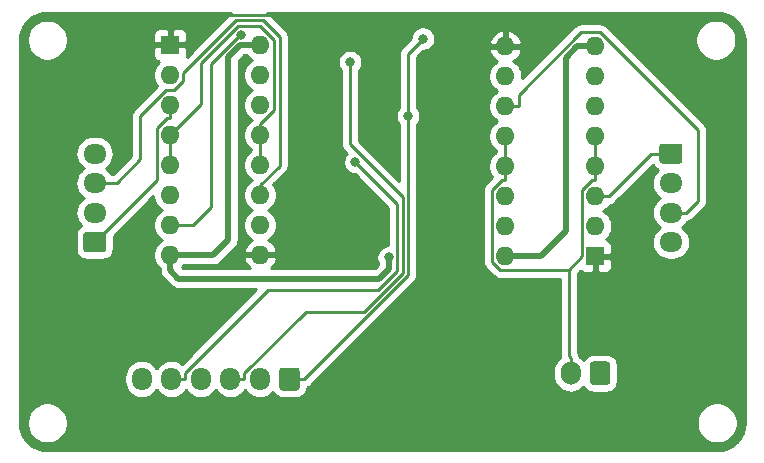
<source format=gbr>
%TF.GenerationSoftware,KiCad,Pcbnew,(5.1.6)-1*%
%TF.CreationDate,2020-07-30T09:39:53+02:00*%
%TF.ProjectId,motor-controller,6d6f746f-722d-4636-9f6e-74726f6c6c65,rev?*%
%TF.SameCoordinates,Original*%
%TF.FileFunction,Copper,L2,Bot*%
%TF.FilePolarity,Positive*%
%FSLAX46Y46*%
G04 Gerber Fmt 4.6, Leading zero omitted, Abs format (unit mm)*
G04 Created by KiCad (PCBNEW (5.1.6)-1) date 2020-07-30 09:39:53*
%MOMM*%
%LPD*%
G01*
G04 APERTURE LIST*
%TA.AperFunction,ComponentPad*%
%ADD10O,1.600000X1.600000*%
%TD*%
%TA.AperFunction,ComponentPad*%
%ADD11R,1.600000X1.600000*%
%TD*%
%TA.AperFunction,ComponentPad*%
%ADD12O,1.950000X1.700000*%
%TD*%
%TA.AperFunction,ComponentPad*%
%ADD13O,1.700000X1.950000*%
%TD*%
%TA.AperFunction,ComponentPad*%
%ADD14O,1.700000X2.000000*%
%TD*%
%TA.AperFunction,ViaPad*%
%ADD15C,0.800000*%
%TD*%
%TA.AperFunction,Conductor*%
%ADD16C,0.250000*%
%TD*%
%TA.AperFunction,Conductor*%
%ADD17C,0.500000*%
%TD*%
%TA.AperFunction,Conductor*%
%ADD18C,0.254000*%
%TD*%
G04 APERTURE END LIST*
D10*
%TO.P,U4,16*%
%TO.N,VCC*%
X100520000Y-134200000D03*
%TO.P,U4,8*%
X92900000Y-151980000D03*
%TO.P,U4,15*%
%TO.N,GP7*%
X100520000Y-136740000D03*
%TO.P,U4,7*%
%TO.N,GP5*%
X92900000Y-149440000D03*
%TO.P,U4,14*%
%TO.N,M2D*%
X100520000Y-139280000D03*
%TO.P,U4,6*%
%TO.N,M2B*%
X92900000Y-146900000D03*
%TO.P,U4,13*%
%TO.N,GND*%
X100520000Y-141820000D03*
%TO.P,U4,5*%
X92900000Y-144360000D03*
%TO.P,U4,12*%
X100520000Y-144360000D03*
%TO.P,U4,4*%
X92900000Y-141820000D03*
%TO.P,U4,11*%
%TO.N,M2C*%
X100520000Y-146900000D03*
%TO.P,U4,3*%
%TO.N,M2A*%
X92900000Y-139280000D03*
%TO.P,U4,10*%
%TO.N,GP6*%
X100520000Y-149440000D03*
%TO.P,U4,2*%
%TO.N,GP4*%
X92900000Y-136740000D03*
%TO.P,U4,9*%
%TO.N,+5V*%
X100520000Y-151980000D03*
D11*
%TO.P,U4,1*%
X92900000Y-134200000D03*
%TD*%
D10*
%TO.P,U3,16*%
%TO.N,VCC*%
X121280000Y-152100000D03*
%TO.P,U3,8*%
X128900000Y-134320000D03*
%TO.P,U3,15*%
%TO.N,GP3*%
X121280000Y-149560000D03*
%TO.P,U3,7*%
%TO.N,GP1*%
X128900000Y-136860000D03*
%TO.P,U3,14*%
%TO.N,M1D*%
X121280000Y-147020000D03*
%TO.P,U3,6*%
%TO.N,M1B*%
X128900000Y-139400000D03*
%TO.P,U3,13*%
%TO.N,GND*%
X121280000Y-144480000D03*
%TO.P,U3,5*%
X128900000Y-141940000D03*
%TO.P,U3,12*%
X121280000Y-141940000D03*
%TO.P,U3,4*%
X128900000Y-144480000D03*
%TO.P,U3,11*%
%TO.N,M1C*%
X121280000Y-139400000D03*
%TO.P,U3,3*%
%TO.N,M1A*%
X128900000Y-147020000D03*
%TO.P,U3,10*%
%TO.N,GP2*%
X121280000Y-136860000D03*
%TO.P,U3,2*%
%TO.N,GP0*%
X128900000Y-149560000D03*
%TO.P,U3,9*%
%TO.N,+5V*%
X121280000Y-134320000D03*
D11*
%TO.P,U3,1*%
X128900000Y-152100000D03*
%TD*%
D12*
%TO.P,J4,4*%
%TO.N,M2D*%
X86500000Y-143400000D03*
%TO.P,J4,3*%
%TO.N,M2C*%
X86500000Y-145900000D03*
%TO.P,J4,2*%
%TO.N,M2B*%
X86500000Y-148400000D03*
%TO.P,J4,1*%
%TO.N,M2A*%
%TA.AperFunction,ComponentPad*%
G36*
G01*
X87225000Y-151750000D02*
X85775000Y-151750000D01*
G75*
G02*
X85525000Y-151500000I0J250000D01*
G01*
X85525000Y-150300000D01*
G75*
G02*
X85775000Y-150050000I250000J0D01*
G01*
X87225000Y-150050000D01*
G75*
G02*
X87475000Y-150300000I0J-250000D01*
G01*
X87475000Y-151500000D01*
G75*
G02*
X87225000Y-151750000I-250000J0D01*
G01*
G37*
%TD.AperFunction*%
%TD*%
%TO.P,J3,4*%
%TO.N,M1D*%
X135300000Y-150900000D03*
%TO.P,J3,3*%
%TO.N,M1C*%
X135300000Y-148400000D03*
%TO.P,J3,2*%
%TO.N,M1B*%
X135300000Y-145900000D03*
%TO.P,J3,1*%
%TO.N,M1A*%
%TA.AperFunction,ComponentPad*%
G36*
G01*
X134575000Y-142550000D02*
X136025000Y-142550000D01*
G75*
G02*
X136275000Y-142800000I0J-250000D01*
G01*
X136275000Y-144000000D01*
G75*
G02*
X136025000Y-144250000I-250000J0D01*
G01*
X134575000Y-144250000D01*
G75*
G02*
X134325000Y-144000000I0J250000D01*
G01*
X134325000Y-142800000D01*
G75*
G02*
X134575000Y-142550000I250000J0D01*
G01*
G37*
%TD.AperFunction*%
%TD*%
D13*
%TO.P,J2,6*%
%TO.N,GND*%
X90500000Y-162500000D03*
%TO.P,J2,5*%
%TO.N,CS*%
X93000000Y-162500000D03*
%TO.P,J2,4*%
%TO.N,MISO*%
X95500000Y-162500000D03*
%TO.P,J2,3*%
%TO.N,MOSI*%
X98000000Y-162500000D03*
%TO.P,J2,2*%
%TO.N,SCK*%
X100500000Y-162500000D03*
%TO.P,J2,1*%
%TO.N,+3V3*%
%TA.AperFunction,ComponentPad*%
G36*
G01*
X103850000Y-161775000D02*
X103850000Y-163225000D01*
G75*
G02*
X103600000Y-163475000I-250000J0D01*
G01*
X102400000Y-163475000D01*
G75*
G02*
X102150000Y-163225000I0J250000D01*
G01*
X102150000Y-161775000D01*
G75*
G02*
X102400000Y-161525000I250000J0D01*
G01*
X103600000Y-161525000D01*
G75*
G02*
X103850000Y-161775000I0J-250000D01*
G01*
G37*
%TD.AperFunction*%
%TD*%
D14*
%TO.P,J1,2*%
%TO.N,GND*%
X126800000Y-162000000D03*
%TO.P,J1,1*%
%TO.N,VCC*%
%TA.AperFunction,ComponentPad*%
G36*
G01*
X130150000Y-161250000D02*
X130150000Y-162750000D01*
G75*
G02*
X129900000Y-163000000I-250000J0D01*
G01*
X128700000Y-163000000D01*
G75*
G02*
X128450000Y-162750000I0J250000D01*
G01*
X128450000Y-161250000D01*
G75*
G02*
X128700000Y-161000000I250000J0D01*
G01*
X129900000Y-161000000D01*
G75*
G02*
X130150000Y-161250000I0J-250000D01*
G01*
G37*
%TD.AperFunction*%
%TD*%
D15*
%TO.N,VCC*%
X111400000Y-152200000D03*
%TO.N,CS*%
X108573300Y-144130600D03*
%TO.N,MOSI*%
X108138200Y-135653100D03*
%TO.N,+3V3*%
X114297400Y-133678200D03*
X113039500Y-140226700D03*
%TO.N,GP5*%
X98912700Y-133330200D03*
%TD*%
D16*
%TO.N,GND*%
X100520000Y-144360000D02*
X100520000Y-141820000D01*
X126642700Y-153246900D02*
X120819400Y-153246900D01*
X120819400Y-153246900D02*
X120154700Y-152582200D01*
X120154700Y-152582200D02*
X120154700Y-146449200D01*
X120154700Y-146449200D02*
X120998600Y-145605300D01*
X120998600Y-145605300D02*
X121280000Y-145605300D01*
X128900000Y-145605300D02*
X128618600Y-145605300D01*
X128618600Y-145605300D02*
X127774700Y-146449200D01*
X127774700Y-146449200D02*
X127774700Y-152114900D01*
X127774700Y-152114900D02*
X126642700Y-153246900D01*
X126800000Y-160674700D02*
X126642700Y-160517400D01*
X126642700Y-160517400D02*
X126642700Y-153246900D01*
X121280000Y-144480000D02*
X121280000Y-145605300D01*
X128900000Y-144480000D02*
X128900000Y-145605300D01*
X126800000Y-162000000D02*
X126800000Y-160674700D01*
X92900000Y-141820000D02*
X92900000Y-144360000D01*
X121280000Y-141940000D02*
X121280000Y-144480000D01*
X128900000Y-144480000D02*
X128900000Y-141940000D01*
X98626300Y-132590900D02*
X95478500Y-135738700D01*
X100520000Y-140881400D02*
X101695900Y-139705500D01*
X100520000Y-141820000D02*
X100520000Y-140881400D01*
X95478500Y-139241500D02*
X92900000Y-141820000D01*
X101695900Y-139705500D02*
X101695900Y-133760600D01*
X101695900Y-133760600D02*
X100526200Y-132590900D01*
X95478500Y-135738700D02*
X95478500Y-139241500D01*
X100526200Y-132590900D02*
X98626300Y-132590900D01*
%TO.N,+5V*%
X92900000Y-134200000D02*
X94025300Y-134200000D01*
X121280000Y-134320000D02*
X120154700Y-134320000D01*
X120154700Y-134320000D02*
X117481100Y-131646400D01*
X117481100Y-131646400D02*
X96578900Y-131646400D01*
X96578900Y-131646400D02*
X94025300Y-134200000D01*
D17*
%TO.N,VCC*%
X128900000Y-134320000D02*
X127380000Y-134320000D01*
X127380000Y-134320000D02*
X126400000Y-135300000D01*
X126400000Y-135300000D02*
X126400000Y-150000000D01*
X126400000Y-150000000D02*
X124300000Y-152100000D01*
X124300000Y-152100000D02*
X121280000Y-152100000D01*
X100520000Y-134200000D02*
X98800000Y-134200000D01*
X98800000Y-134200000D02*
X97800000Y-135200000D01*
X97800000Y-135200000D02*
X97800000Y-150700000D01*
X97800000Y-150700000D02*
X96520000Y-151980000D01*
X96520000Y-151980000D02*
X92900000Y-151980000D01*
X111400000Y-152200000D02*
X111400000Y-153200000D01*
X111400000Y-153200000D02*
X110600000Y-154000000D01*
X110600000Y-154000000D02*
X93600000Y-154000000D01*
X93600000Y-154000000D02*
X92900000Y-153300000D01*
X92900000Y-153300000D02*
X92900000Y-151980000D01*
D16*
%TO.N,CS*%
X94175300Y-162500000D02*
X94175300Y-161985800D01*
X94175300Y-161985800D02*
X101170500Y-154990600D01*
X101170500Y-154990600D02*
X110463200Y-154990600D01*
X110463200Y-154990600D02*
X112137600Y-153316200D01*
X112137600Y-153316200D02*
X112137600Y-147694900D01*
X112137600Y-147694900D02*
X108573300Y-144130600D01*
X93000000Y-162500000D02*
X94175300Y-162500000D01*
%TO.N,MOSI*%
X99175300Y-162500000D02*
X99175300Y-161985800D01*
X99175300Y-161985800D02*
X104369500Y-156791600D01*
X104369500Y-156791600D02*
X109305300Y-156791600D01*
X109305300Y-156791600D02*
X112589100Y-153507800D01*
X112589100Y-153507800D02*
X112589100Y-147074100D01*
X112589100Y-147074100D02*
X108138200Y-142623200D01*
X108138200Y-142623200D02*
X108138200Y-135653100D01*
X98000000Y-162500000D02*
X99175300Y-162500000D01*
%TO.N,+3V3*%
X113039500Y-140226700D02*
X113039500Y-134936100D01*
X113039500Y-134936100D02*
X114297400Y-133678200D01*
X103000000Y-162500000D02*
X104253300Y-162500000D01*
X104253300Y-162500000D02*
X113039500Y-153713800D01*
X113039500Y-153713800D02*
X113039500Y-140226700D01*
%TO.N,M1C*%
X122405300Y-138415400D02*
X122405300Y-139400000D01*
X127676000Y-133144700D02*
X122405300Y-138415400D01*
X122405300Y-139400000D02*
X121280000Y-139400000D01*
X136610000Y-148400000D02*
X137580000Y-147430000D01*
X137580000Y-147430000D02*
X137580000Y-141399400D01*
X135300000Y-148400000D02*
X136610000Y-148400000D01*
X137580000Y-141399400D02*
X129325300Y-133144700D01*
X129325300Y-133144700D02*
X127676000Y-133144700D01*
%TO.N,M1A*%
X128900000Y-147020000D02*
X130025300Y-147020000D01*
X135300000Y-143400000D02*
X133645300Y-143400000D01*
X133645300Y-143400000D02*
X130025300Y-147020000D01*
%TO.N,M2C*%
X100520000Y-146056000D02*
X100520000Y-146900000D01*
X90368700Y-140206500D02*
X92565200Y-138010000D01*
X94025400Y-136554900D02*
X98456500Y-132123800D01*
X86500000Y-145900000D02*
X88370000Y-145900000D01*
X90368700Y-143901300D02*
X90368700Y-140206500D01*
X88370000Y-145900000D02*
X90368700Y-143901300D01*
X102158500Y-144417500D02*
X100520000Y-146056000D01*
X102158500Y-133519000D02*
X102158500Y-144417500D01*
X92565200Y-138010000D02*
X93257900Y-138010000D01*
X94025400Y-137242500D02*
X94025400Y-136554900D01*
X93257900Y-138010000D02*
X94025400Y-137242500D01*
X98456500Y-132123800D02*
X100763300Y-132123800D01*
X100763300Y-132123800D02*
X102158500Y-133519000D01*
%TO.N,M2A*%
X92900000Y-139280000D02*
X92900000Y-140405300D01*
X86500000Y-150900000D02*
X91774700Y-145625300D01*
X91774700Y-145625300D02*
X91774700Y-141249200D01*
X91774700Y-141249200D02*
X92618600Y-140405300D01*
X92618600Y-140405300D02*
X92900000Y-140405300D01*
%TO.N,GP5*%
X98833300Y-133330200D02*
X98912700Y-133330200D01*
X96339500Y-135824000D02*
X98833300Y-133330200D01*
X96339500Y-147890500D02*
X96339500Y-135824000D01*
X92900000Y-149440000D02*
X94790000Y-149440000D01*
X94790000Y-149440000D02*
X96339500Y-147890500D01*
%TD*%
D18*
%TO.N,+5V*%
G36*
X98032224Y-131488826D02*
G01*
X97916499Y-131583799D01*
X97892701Y-131612797D01*
X94301774Y-135203725D01*
X94325812Y-135124482D01*
X94338072Y-135000000D01*
X94335000Y-134485750D01*
X94176250Y-134327000D01*
X93027000Y-134327000D01*
X93027000Y-134347000D01*
X92773000Y-134347000D01*
X92773000Y-134327000D01*
X91623750Y-134327000D01*
X91465000Y-134485750D01*
X91461928Y-135000000D01*
X91474188Y-135124482D01*
X91510498Y-135244180D01*
X91569463Y-135354494D01*
X91648815Y-135451185D01*
X91745506Y-135530537D01*
X91855820Y-135589502D01*
X91975518Y-135625812D01*
X91983961Y-135626643D01*
X91785363Y-135825241D01*
X91628320Y-136060273D01*
X91520147Y-136321426D01*
X91465000Y-136598665D01*
X91465000Y-136881335D01*
X91520147Y-137158574D01*
X91628320Y-137419727D01*
X91785363Y-137654759D01*
X91815501Y-137684897D01*
X89857698Y-139642701D01*
X89828700Y-139666499D01*
X89804902Y-139695497D01*
X89804901Y-139695498D01*
X89733726Y-139782224D01*
X89663154Y-139914254D01*
X89640025Y-139990503D01*
X89619698Y-140057514D01*
X89617510Y-140079727D01*
X89605024Y-140206500D01*
X89608701Y-140243832D01*
X89608700Y-143586498D01*
X88055199Y-145140000D01*
X87902595Y-145140000D01*
X87865706Y-145070986D01*
X87680134Y-144844866D01*
X87454014Y-144659294D01*
X87436626Y-144650000D01*
X87454014Y-144640706D01*
X87680134Y-144455134D01*
X87865706Y-144229014D01*
X88003599Y-143971034D01*
X88088513Y-143691111D01*
X88117185Y-143400000D01*
X88088513Y-143108889D01*
X88003599Y-142828966D01*
X87865706Y-142570986D01*
X87680134Y-142344866D01*
X87454014Y-142159294D01*
X87196034Y-142021401D01*
X86916111Y-141936487D01*
X86697950Y-141915000D01*
X86302050Y-141915000D01*
X86083889Y-141936487D01*
X85803966Y-142021401D01*
X85545986Y-142159294D01*
X85319866Y-142344866D01*
X85134294Y-142570986D01*
X84996401Y-142828966D01*
X84911487Y-143108889D01*
X84882815Y-143400000D01*
X84911487Y-143691111D01*
X84996401Y-143971034D01*
X85134294Y-144229014D01*
X85319866Y-144455134D01*
X85545986Y-144640706D01*
X85563374Y-144650000D01*
X85545986Y-144659294D01*
X85319866Y-144844866D01*
X85134294Y-145070986D01*
X84996401Y-145328966D01*
X84911487Y-145608889D01*
X84882815Y-145900000D01*
X84911487Y-146191111D01*
X84996401Y-146471034D01*
X85134294Y-146729014D01*
X85319866Y-146955134D01*
X85545986Y-147140706D01*
X85563374Y-147150000D01*
X85545986Y-147159294D01*
X85319866Y-147344866D01*
X85134294Y-147570986D01*
X84996401Y-147828966D01*
X84911487Y-148108889D01*
X84882815Y-148400000D01*
X84911487Y-148691111D01*
X84996401Y-148971034D01*
X85134294Y-149229014D01*
X85319866Y-149455134D01*
X85383337Y-149507223D01*
X85281614Y-149561595D01*
X85147038Y-149672038D01*
X85036595Y-149806614D01*
X84954528Y-149960150D01*
X84903992Y-150126746D01*
X84886928Y-150300000D01*
X84886928Y-151500000D01*
X84903992Y-151673254D01*
X84954528Y-151839850D01*
X85036595Y-151993386D01*
X85147038Y-152127962D01*
X85281614Y-152238405D01*
X85435150Y-152320472D01*
X85601746Y-152371008D01*
X85775000Y-152388072D01*
X87225000Y-152388072D01*
X87398254Y-152371008D01*
X87564850Y-152320472D01*
X87718386Y-152238405D01*
X87852962Y-152127962D01*
X87963405Y-151993386D01*
X88045472Y-151839850D01*
X88096008Y-151673254D01*
X88113072Y-151500000D01*
X88113072Y-150361729D01*
X91465000Y-147009802D01*
X91465000Y-147041335D01*
X91520147Y-147318574D01*
X91628320Y-147579727D01*
X91785363Y-147814759D01*
X91985241Y-148014637D01*
X92217759Y-148170000D01*
X91985241Y-148325363D01*
X91785363Y-148525241D01*
X91628320Y-148760273D01*
X91520147Y-149021426D01*
X91465000Y-149298665D01*
X91465000Y-149581335D01*
X91520147Y-149858574D01*
X91628320Y-150119727D01*
X91785363Y-150354759D01*
X91985241Y-150554637D01*
X92217759Y-150710000D01*
X91985241Y-150865363D01*
X91785363Y-151065241D01*
X91628320Y-151300273D01*
X91520147Y-151561426D01*
X91465000Y-151838665D01*
X91465000Y-152121335D01*
X91520147Y-152398574D01*
X91628320Y-152659727D01*
X91785363Y-152894759D01*
X91985241Y-153094637D01*
X92015000Y-153114521D01*
X92015000Y-153256530D01*
X92010719Y-153300000D01*
X92015000Y-153343469D01*
X92015000Y-153343476D01*
X92022690Y-153421554D01*
X92027805Y-153473490D01*
X92043157Y-153524096D01*
X92078411Y-153640312D01*
X92160589Y-153794058D01*
X92271183Y-153928817D01*
X92304956Y-153956534D01*
X92943470Y-154595049D01*
X92971183Y-154628817D01*
X93004951Y-154656530D01*
X93004953Y-154656532D01*
X93055912Y-154698353D01*
X93105941Y-154739411D01*
X93259687Y-154821589D01*
X93426510Y-154872195D01*
X93556523Y-154885000D01*
X93556533Y-154885000D01*
X93599999Y-154889281D01*
X93643465Y-154885000D01*
X100201298Y-154885000D01*
X93896566Y-161189733D01*
X93829014Y-161134294D01*
X93571034Y-160996401D01*
X93291111Y-160911487D01*
X93000000Y-160882815D01*
X92708890Y-160911487D01*
X92428967Y-160996401D01*
X92170987Y-161134294D01*
X91944866Y-161319866D01*
X91759294Y-161545986D01*
X91750000Y-161563374D01*
X91740706Y-161545986D01*
X91555134Y-161319866D01*
X91329014Y-161134294D01*
X91071034Y-160996401D01*
X90791111Y-160911487D01*
X90500000Y-160882815D01*
X90208890Y-160911487D01*
X89928967Y-160996401D01*
X89670987Y-161134294D01*
X89444866Y-161319866D01*
X89259294Y-161545986D01*
X89121401Y-161803966D01*
X89036487Y-162083889D01*
X89015000Y-162302050D01*
X89015000Y-162697949D01*
X89036487Y-162916110D01*
X89121401Y-163196033D01*
X89259294Y-163454013D01*
X89444866Y-163680134D01*
X89670986Y-163865706D01*
X89928966Y-164003599D01*
X90208889Y-164088513D01*
X90500000Y-164117185D01*
X90791110Y-164088513D01*
X91071033Y-164003599D01*
X91329013Y-163865706D01*
X91555134Y-163680134D01*
X91740706Y-163454014D01*
X91750000Y-163436626D01*
X91759294Y-163454013D01*
X91944866Y-163680134D01*
X92170986Y-163865706D01*
X92428966Y-164003599D01*
X92708889Y-164088513D01*
X93000000Y-164117185D01*
X93291110Y-164088513D01*
X93571033Y-164003599D01*
X93829013Y-163865706D01*
X94055134Y-163680134D01*
X94240706Y-163454014D01*
X94250000Y-163436626D01*
X94259294Y-163454013D01*
X94444866Y-163680134D01*
X94670986Y-163865706D01*
X94928966Y-164003599D01*
X95208889Y-164088513D01*
X95500000Y-164117185D01*
X95791110Y-164088513D01*
X96071033Y-164003599D01*
X96329013Y-163865706D01*
X96555134Y-163680134D01*
X96740706Y-163454014D01*
X96750000Y-163436626D01*
X96759294Y-163454013D01*
X96944866Y-163680134D01*
X97170986Y-163865706D01*
X97428966Y-164003599D01*
X97708889Y-164088513D01*
X98000000Y-164117185D01*
X98291110Y-164088513D01*
X98571033Y-164003599D01*
X98829013Y-163865706D01*
X99055134Y-163680134D01*
X99240706Y-163454014D01*
X99250000Y-163436626D01*
X99259294Y-163454013D01*
X99444866Y-163680134D01*
X99670986Y-163865706D01*
X99928966Y-164003599D01*
X100208889Y-164088513D01*
X100500000Y-164117185D01*
X100791110Y-164088513D01*
X101071033Y-164003599D01*
X101329013Y-163865706D01*
X101555134Y-163680134D01*
X101607223Y-163616663D01*
X101661595Y-163718386D01*
X101772038Y-163852962D01*
X101906614Y-163963405D01*
X102060150Y-164045472D01*
X102226746Y-164096008D01*
X102400000Y-164113072D01*
X103600000Y-164113072D01*
X103773254Y-164096008D01*
X103939850Y-164045472D01*
X104093386Y-163963405D01*
X104227962Y-163852962D01*
X104338405Y-163718386D01*
X104420472Y-163564850D01*
X104471008Y-163398254D01*
X104488072Y-163225000D01*
X104488072Y-163222981D01*
X104545547Y-163205546D01*
X104677576Y-163134974D01*
X104793301Y-163040001D01*
X104817104Y-163010997D01*
X113550504Y-154277598D01*
X113579501Y-154253801D01*
X113674474Y-154138076D01*
X113745046Y-154006047D01*
X113788503Y-153862786D01*
X113799500Y-153751133D01*
X113799500Y-153751124D01*
X113803176Y-153713801D01*
X113799500Y-153676478D01*
X113799500Y-146449200D01*
X119391024Y-146449200D01*
X119394701Y-146486532D01*
X119394700Y-152544877D01*
X119391024Y-152582200D01*
X119394700Y-152619522D01*
X119394700Y-152619532D01*
X119405697Y-152731185D01*
X119444677Y-152859687D01*
X119449154Y-152874446D01*
X119519726Y-153006476D01*
X119536168Y-153026510D01*
X119614699Y-153122201D01*
X119643702Y-153146003D01*
X120255600Y-153757902D01*
X120279399Y-153786901D01*
X120395124Y-153881874D01*
X120527153Y-153952446D01*
X120670414Y-153995903D01*
X120782067Y-154006900D01*
X120782075Y-154006900D01*
X120819400Y-154010576D01*
X120856725Y-154006900D01*
X125882701Y-154006900D01*
X125882700Y-160480077D01*
X125879024Y-160517400D01*
X125882700Y-160554722D01*
X125882700Y-160554732D01*
X125893697Y-160666385D01*
X125895237Y-160671461D01*
X125744866Y-160794866D01*
X125559294Y-161020986D01*
X125421401Y-161278966D01*
X125336487Y-161558889D01*
X125315000Y-161777050D01*
X125315000Y-162222949D01*
X125336487Y-162441110D01*
X125421401Y-162721033D01*
X125559294Y-162979013D01*
X125744866Y-163205134D01*
X125970986Y-163390706D01*
X126228966Y-163528599D01*
X126508889Y-163613513D01*
X126800000Y-163642185D01*
X127091110Y-163613513D01*
X127371033Y-163528599D01*
X127629013Y-163390706D01*
X127855134Y-163205134D01*
X127907223Y-163141663D01*
X127961595Y-163243386D01*
X128072038Y-163377962D01*
X128206614Y-163488405D01*
X128360150Y-163570472D01*
X128526746Y-163621008D01*
X128700000Y-163638072D01*
X129900000Y-163638072D01*
X130073254Y-163621008D01*
X130239850Y-163570472D01*
X130393386Y-163488405D01*
X130527962Y-163377962D01*
X130638405Y-163243386D01*
X130720472Y-163089850D01*
X130771008Y-162923254D01*
X130788072Y-162750000D01*
X130788072Y-161250000D01*
X130771008Y-161076746D01*
X130720472Y-160910150D01*
X130638405Y-160756614D01*
X130527962Y-160622038D01*
X130393386Y-160511595D01*
X130239850Y-160429528D01*
X130073254Y-160378992D01*
X129900000Y-160361928D01*
X128700000Y-160361928D01*
X128526746Y-160378992D01*
X128360150Y-160429528D01*
X128206614Y-160511595D01*
X128072038Y-160622038D01*
X127961595Y-160756614D01*
X127907223Y-160858337D01*
X127855134Y-160794866D01*
X127629014Y-160609294D01*
X127553246Y-160568795D01*
X127549003Y-160525714D01*
X127505546Y-160382453D01*
X127434974Y-160250424D01*
X127402700Y-160211098D01*
X127402700Y-153561701D01*
X127632769Y-153331633D01*
X127648815Y-153351185D01*
X127745506Y-153430537D01*
X127855820Y-153489502D01*
X127975518Y-153525812D01*
X128100000Y-153538072D01*
X128614250Y-153535000D01*
X128773000Y-153376250D01*
X128773000Y-152227000D01*
X129027000Y-152227000D01*
X129027000Y-153376250D01*
X129185750Y-153535000D01*
X129700000Y-153538072D01*
X129824482Y-153525812D01*
X129944180Y-153489502D01*
X130054494Y-153430537D01*
X130151185Y-153351185D01*
X130230537Y-153254494D01*
X130289502Y-153144180D01*
X130325812Y-153024482D01*
X130338072Y-152900000D01*
X130335000Y-152385750D01*
X130176250Y-152227000D01*
X129027000Y-152227000D01*
X128773000Y-152227000D01*
X128753000Y-152227000D01*
X128753000Y-151973000D01*
X128773000Y-151973000D01*
X128773000Y-151953000D01*
X129027000Y-151953000D01*
X129027000Y-151973000D01*
X130176250Y-151973000D01*
X130335000Y-151814250D01*
X130338072Y-151300000D01*
X130325812Y-151175518D01*
X130289502Y-151055820D01*
X130230537Y-150945506D01*
X130151185Y-150848815D01*
X130054494Y-150769463D01*
X129944180Y-150710498D01*
X129824482Y-150674188D01*
X129816039Y-150673357D01*
X130014637Y-150474759D01*
X130171680Y-150239727D01*
X130279853Y-149978574D01*
X130335000Y-149701335D01*
X130335000Y-149418665D01*
X130279853Y-149141426D01*
X130171680Y-148880273D01*
X130014637Y-148645241D01*
X129814759Y-148445363D01*
X129582241Y-148290000D01*
X129814759Y-148134637D01*
X130014637Y-147934759D01*
X130121947Y-147774158D01*
X130174286Y-147769003D01*
X130317547Y-147725546D01*
X130449576Y-147654974D01*
X130565301Y-147560001D01*
X130589104Y-147530997D01*
X133763488Y-144356614D01*
X133836595Y-144493386D01*
X133947038Y-144627962D01*
X134081614Y-144738405D01*
X134183337Y-144792777D01*
X134119866Y-144844866D01*
X133934294Y-145070986D01*
X133796401Y-145328966D01*
X133711487Y-145608889D01*
X133682815Y-145900000D01*
X133711487Y-146191111D01*
X133796401Y-146471034D01*
X133934294Y-146729014D01*
X134119866Y-146955134D01*
X134345986Y-147140706D01*
X134363374Y-147150000D01*
X134345986Y-147159294D01*
X134119866Y-147344866D01*
X133934294Y-147570986D01*
X133796401Y-147828966D01*
X133711487Y-148108889D01*
X133682815Y-148400000D01*
X133711487Y-148691111D01*
X133796401Y-148971034D01*
X133934294Y-149229014D01*
X134119866Y-149455134D01*
X134345986Y-149640706D01*
X134363374Y-149650000D01*
X134345986Y-149659294D01*
X134119866Y-149844866D01*
X133934294Y-150070986D01*
X133796401Y-150328966D01*
X133711487Y-150608889D01*
X133682815Y-150900000D01*
X133711487Y-151191111D01*
X133796401Y-151471034D01*
X133934294Y-151729014D01*
X134119866Y-151955134D01*
X134345986Y-152140706D01*
X134603966Y-152278599D01*
X134883889Y-152363513D01*
X135102050Y-152385000D01*
X135497950Y-152385000D01*
X135716111Y-152363513D01*
X135996034Y-152278599D01*
X136254014Y-152140706D01*
X136480134Y-151955134D01*
X136665706Y-151729014D01*
X136803599Y-151471034D01*
X136888513Y-151191111D01*
X136917185Y-150900000D01*
X136888513Y-150608889D01*
X136803599Y-150328966D01*
X136665706Y-150070986D01*
X136480134Y-149844866D01*
X136254014Y-149659294D01*
X136236626Y-149650000D01*
X136254014Y-149640706D01*
X136480134Y-149455134D01*
X136665706Y-149229014D01*
X136705666Y-149154255D01*
X136758986Y-149149003D01*
X136902247Y-149105546D01*
X137034276Y-149034974D01*
X137150001Y-148940001D01*
X137173804Y-148910998D01*
X138091004Y-147993798D01*
X138120001Y-147970001D01*
X138185246Y-147890500D01*
X138214974Y-147854277D01*
X138285546Y-147722247D01*
X138293977Y-147694454D01*
X138329003Y-147578986D01*
X138340000Y-147467333D01*
X138340000Y-147467324D01*
X138343676Y-147430001D01*
X138340000Y-147392678D01*
X138340000Y-141436725D01*
X138343676Y-141399400D01*
X138340000Y-141362075D01*
X138340000Y-141362067D01*
X138329003Y-141250414D01*
X138285546Y-141107153D01*
X138214974Y-140975124D01*
X138120001Y-140859399D01*
X138091003Y-140835601D01*
X130884519Y-133629117D01*
X137365000Y-133629117D01*
X137365000Y-133970883D01*
X137431675Y-134306081D01*
X137562463Y-134621831D01*
X137752337Y-134905998D01*
X137994002Y-135147663D01*
X138278169Y-135337537D01*
X138593919Y-135468325D01*
X138929117Y-135535000D01*
X139270883Y-135535000D01*
X139606081Y-135468325D01*
X139921831Y-135337537D01*
X140205998Y-135147663D01*
X140447663Y-134905998D01*
X140637537Y-134621831D01*
X140768325Y-134306081D01*
X140835000Y-133970883D01*
X140835000Y-133629117D01*
X140768325Y-133293919D01*
X140637537Y-132978169D01*
X140447663Y-132694002D01*
X140205998Y-132452337D01*
X139921831Y-132262463D01*
X139606081Y-132131675D01*
X139270883Y-132065000D01*
X138929117Y-132065000D01*
X138593919Y-132131675D01*
X138278169Y-132262463D01*
X137994002Y-132452337D01*
X137752337Y-132694002D01*
X137562463Y-132978169D01*
X137431675Y-133293919D01*
X137365000Y-133629117D01*
X130884519Y-133629117D01*
X129889104Y-132633703D01*
X129865301Y-132604699D01*
X129749576Y-132509726D01*
X129617547Y-132439154D01*
X129474286Y-132395697D01*
X129362633Y-132384700D01*
X129362622Y-132384700D01*
X129325300Y-132381024D01*
X129287978Y-132384700D01*
X127713322Y-132384700D01*
X127675999Y-132381024D01*
X127638676Y-132384700D01*
X127638667Y-132384700D01*
X127527014Y-132395697D01*
X127383753Y-132439154D01*
X127251724Y-132509726D01*
X127251722Y-132509727D01*
X127251723Y-132509727D01*
X127164996Y-132580901D01*
X127164992Y-132580905D01*
X127135999Y-132604699D01*
X127112205Y-132633692D01*
X122707659Y-137038240D01*
X122715000Y-137001335D01*
X122715000Y-136718665D01*
X122659853Y-136441426D01*
X122551680Y-136180273D01*
X122394637Y-135945241D01*
X122194759Y-135745363D01*
X121959727Y-135588320D01*
X121949135Y-135583933D01*
X122135131Y-135472385D01*
X122343519Y-135283414D01*
X122511037Y-135057420D01*
X122631246Y-134803087D01*
X122671904Y-134669039D01*
X122549915Y-134447000D01*
X121407000Y-134447000D01*
X121407000Y-134467000D01*
X121153000Y-134467000D01*
X121153000Y-134447000D01*
X120010085Y-134447000D01*
X119888096Y-134669039D01*
X119928754Y-134803087D01*
X120048963Y-135057420D01*
X120216481Y-135283414D01*
X120424869Y-135472385D01*
X120610865Y-135583933D01*
X120600273Y-135588320D01*
X120365241Y-135745363D01*
X120165363Y-135945241D01*
X120008320Y-136180273D01*
X119900147Y-136441426D01*
X119845000Y-136718665D01*
X119845000Y-137001335D01*
X119900147Y-137278574D01*
X120008320Y-137539727D01*
X120165363Y-137774759D01*
X120365241Y-137974637D01*
X120597759Y-138130000D01*
X120365241Y-138285363D01*
X120165363Y-138485241D01*
X120008320Y-138720273D01*
X119900147Y-138981426D01*
X119845000Y-139258665D01*
X119845000Y-139541335D01*
X119900147Y-139818574D01*
X120008320Y-140079727D01*
X120165363Y-140314759D01*
X120365241Y-140514637D01*
X120597759Y-140670000D01*
X120365241Y-140825363D01*
X120165363Y-141025241D01*
X120008320Y-141260273D01*
X119900147Y-141521426D01*
X119845000Y-141798665D01*
X119845000Y-142081335D01*
X119900147Y-142358574D01*
X120008320Y-142619727D01*
X120165363Y-142854759D01*
X120365241Y-143054637D01*
X120520000Y-143158044D01*
X120520001Y-143261956D01*
X120365241Y-143365363D01*
X120165363Y-143565241D01*
X120008320Y-143800273D01*
X119900147Y-144061426D01*
X119845000Y-144338665D01*
X119845000Y-144621335D01*
X119900147Y-144898574D01*
X120008320Y-145159727D01*
X120152937Y-145376162D01*
X119643698Y-145885401D01*
X119614700Y-145909199D01*
X119590902Y-145938197D01*
X119590901Y-145938198D01*
X119519726Y-146024924D01*
X119449154Y-146156954D01*
X119434585Y-146204985D01*
X119405698Y-146300214D01*
X119394701Y-146411867D01*
X119391024Y-146449200D01*
X113799500Y-146449200D01*
X113799500Y-140930411D01*
X113843437Y-140886474D01*
X113956705Y-140716956D01*
X114034726Y-140528598D01*
X114074500Y-140328639D01*
X114074500Y-140124761D01*
X114034726Y-139924802D01*
X113956705Y-139736444D01*
X113843437Y-139566926D01*
X113799500Y-139522989D01*
X113799500Y-135250901D01*
X114337202Y-134713200D01*
X114399339Y-134713200D01*
X114599298Y-134673426D01*
X114787656Y-134595405D01*
X114957174Y-134482137D01*
X115101337Y-134337974D01*
X115214605Y-134168456D01*
X115292626Y-133980098D01*
X115294443Y-133970961D01*
X119888096Y-133970961D01*
X120010085Y-134193000D01*
X121153000Y-134193000D01*
X121153000Y-133049376D01*
X121407000Y-133049376D01*
X121407000Y-134193000D01*
X122549915Y-134193000D01*
X122671904Y-133970961D01*
X122631246Y-133836913D01*
X122511037Y-133582580D01*
X122343519Y-133356586D01*
X122135131Y-133167615D01*
X121893881Y-133022930D01*
X121629040Y-132928091D01*
X121407000Y-133049376D01*
X121153000Y-133049376D01*
X120930960Y-132928091D01*
X120666119Y-133022930D01*
X120424869Y-133167615D01*
X120216481Y-133356586D01*
X120048963Y-133582580D01*
X119928754Y-133836913D01*
X119888096Y-133970961D01*
X115294443Y-133970961D01*
X115332400Y-133780139D01*
X115332400Y-133576261D01*
X115292626Y-133376302D01*
X115214605Y-133187944D01*
X115101337Y-133018426D01*
X114957174Y-132874263D01*
X114787656Y-132760995D01*
X114599298Y-132682974D01*
X114399339Y-132643200D01*
X114195461Y-132643200D01*
X113995502Y-132682974D01*
X113807144Y-132760995D01*
X113637626Y-132874263D01*
X113493463Y-133018426D01*
X113380195Y-133187944D01*
X113302174Y-133376302D01*
X113262400Y-133576261D01*
X113262400Y-133638398D01*
X112528498Y-134372301D01*
X112499500Y-134396099D01*
X112475702Y-134425097D01*
X112475701Y-134425098D01*
X112404526Y-134511824D01*
X112333954Y-134643854D01*
X112290498Y-134787115D01*
X112275824Y-134936100D01*
X112279501Y-134973432D01*
X112279500Y-139522989D01*
X112235563Y-139566926D01*
X112122295Y-139736444D01*
X112044274Y-139924802D01*
X112004500Y-140124761D01*
X112004500Y-140328639D01*
X112044274Y-140528598D01*
X112122295Y-140716956D01*
X112235563Y-140886474D01*
X112279501Y-140930412D01*
X112279501Y-145689699D01*
X108898200Y-142308399D01*
X108898200Y-136356811D01*
X108942137Y-136312874D01*
X109055405Y-136143356D01*
X109133426Y-135954998D01*
X109173200Y-135755039D01*
X109173200Y-135551161D01*
X109133426Y-135351202D01*
X109055405Y-135162844D01*
X108942137Y-134993326D01*
X108797974Y-134849163D01*
X108628456Y-134735895D01*
X108440098Y-134657874D01*
X108240139Y-134618100D01*
X108036261Y-134618100D01*
X107836302Y-134657874D01*
X107647944Y-134735895D01*
X107478426Y-134849163D01*
X107334263Y-134993326D01*
X107220995Y-135162844D01*
X107142974Y-135351202D01*
X107103200Y-135551161D01*
X107103200Y-135755039D01*
X107142974Y-135954998D01*
X107220995Y-136143356D01*
X107334263Y-136312874D01*
X107378201Y-136356812D01*
X107378200Y-142585877D01*
X107374524Y-142623200D01*
X107378200Y-142660522D01*
X107378200Y-142660532D01*
X107389197Y-142772185D01*
X107415835Y-142859999D01*
X107432654Y-142915446D01*
X107503226Y-143047476D01*
X107536746Y-143088320D01*
X107598199Y-143163201D01*
X107627203Y-143187004D01*
X107840194Y-143399995D01*
X107769363Y-143470826D01*
X107656095Y-143640344D01*
X107578074Y-143828702D01*
X107538300Y-144028661D01*
X107538300Y-144232539D01*
X107578074Y-144432498D01*
X107656095Y-144620856D01*
X107769363Y-144790374D01*
X107913526Y-144934537D01*
X108083044Y-145047805D01*
X108271402Y-145125826D01*
X108471361Y-145165600D01*
X108533499Y-145165600D01*
X111377601Y-148009704D01*
X111377600Y-151165000D01*
X111298061Y-151165000D01*
X111098102Y-151204774D01*
X110909744Y-151282795D01*
X110740226Y-151396063D01*
X110596063Y-151540226D01*
X110482795Y-151709744D01*
X110404774Y-151898102D01*
X110365000Y-152098061D01*
X110365000Y-152301939D01*
X110404774Y-152501898D01*
X110482795Y-152690256D01*
X110515001Y-152738455D01*
X110515001Y-152833421D01*
X110233422Y-153115000D01*
X101394302Y-153115000D01*
X101583519Y-152943414D01*
X101751037Y-152717420D01*
X101871246Y-152463087D01*
X101911904Y-152329039D01*
X101789915Y-152107000D01*
X100647000Y-152107000D01*
X100647000Y-152127000D01*
X100393000Y-152127000D01*
X100393000Y-152107000D01*
X99250085Y-152107000D01*
X99128096Y-152329039D01*
X99168754Y-152463087D01*
X99288963Y-152717420D01*
X99456481Y-152943414D01*
X99645698Y-153115000D01*
X93966579Y-153115000D01*
X93880487Y-153028909D01*
X94014637Y-152894759D01*
X94034521Y-152865000D01*
X96476531Y-152865000D01*
X96520000Y-152869281D01*
X96563469Y-152865000D01*
X96563477Y-152865000D01*
X96693490Y-152852195D01*
X96860313Y-152801589D01*
X97014059Y-152719411D01*
X97148817Y-152608817D01*
X97176534Y-152575044D01*
X98395049Y-151356530D01*
X98428817Y-151328817D01*
X98470185Y-151278411D01*
X98539410Y-151194060D01*
X98540380Y-151192246D01*
X98621589Y-151040313D01*
X98672195Y-150873490D01*
X98685000Y-150743477D01*
X98685000Y-150743467D01*
X98689281Y-150700001D01*
X98685000Y-150656535D01*
X98685000Y-135566578D01*
X99166579Y-135085000D01*
X99385479Y-135085000D01*
X99405363Y-135114759D01*
X99605241Y-135314637D01*
X99837759Y-135470000D01*
X99605241Y-135625363D01*
X99405363Y-135825241D01*
X99248320Y-136060273D01*
X99140147Y-136321426D01*
X99085000Y-136598665D01*
X99085000Y-136881335D01*
X99140147Y-137158574D01*
X99248320Y-137419727D01*
X99405363Y-137654759D01*
X99605241Y-137854637D01*
X99837759Y-138010000D01*
X99605241Y-138165363D01*
X99405363Y-138365241D01*
X99248320Y-138600273D01*
X99140147Y-138861426D01*
X99085000Y-139138665D01*
X99085000Y-139421335D01*
X99140147Y-139698574D01*
X99248320Y-139959727D01*
X99405363Y-140194759D01*
X99605241Y-140394637D01*
X99836008Y-140548830D01*
X99834062Y-140552470D01*
X99605241Y-140705363D01*
X99405363Y-140905241D01*
X99248320Y-141140273D01*
X99140147Y-141401426D01*
X99085000Y-141678665D01*
X99085000Y-141961335D01*
X99140147Y-142238574D01*
X99248320Y-142499727D01*
X99405363Y-142734759D01*
X99605241Y-142934637D01*
X99760001Y-143038044D01*
X99760000Y-143141956D01*
X99605241Y-143245363D01*
X99405363Y-143445241D01*
X99248320Y-143680273D01*
X99140147Y-143941426D01*
X99085000Y-144218665D01*
X99085000Y-144501335D01*
X99140147Y-144778574D01*
X99248320Y-145039727D01*
X99405363Y-145274759D01*
X99605241Y-145474637D01*
X99837759Y-145630000D01*
X99605241Y-145785363D01*
X99405363Y-145985241D01*
X99248320Y-146220273D01*
X99140147Y-146481426D01*
X99085000Y-146758665D01*
X99085000Y-147041335D01*
X99140147Y-147318574D01*
X99248320Y-147579727D01*
X99405363Y-147814759D01*
X99605241Y-148014637D01*
X99837759Y-148170000D01*
X99605241Y-148325363D01*
X99405363Y-148525241D01*
X99248320Y-148760273D01*
X99140147Y-149021426D01*
X99085000Y-149298665D01*
X99085000Y-149581335D01*
X99140147Y-149858574D01*
X99248320Y-150119727D01*
X99405363Y-150354759D01*
X99605241Y-150554637D01*
X99840273Y-150711680D01*
X99850865Y-150716067D01*
X99664869Y-150827615D01*
X99456481Y-151016586D01*
X99288963Y-151242580D01*
X99168754Y-151496913D01*
X99128096Y-151630961D01*
X99250085Y-151853000D01*
X100393000Y-151853000D01*
X100393000Y-151833000D01*
X100647000Y-151833000D01*
X100647000Y-151853000D01*
X101789915Y-151853000D01*
X101911904Y-151630961D01*
X101871246Y-151496913D01*
X101751037Y-151242580D01*
X101583519Y-151016586D01*
X101375131Y-150827615D01*
X101189135Y-150716067D01*
X101199727Y-150711680D01*
X101434759Y-150554637D01*
X101634637Y-150354759D01*
X101791680Y-150119727D01*
X101899853Y-149858574D01*
X101955000Y-149581335D01*
X101955000Y-149298665D01*
X101899853Y-149021426D01*
X101791680Y-148760273D01*
X101634637Y-148525241D01*
X101434759Y-148325363D01*
X101202241Y-148170000D01*
X101434759Y-148014637D01*
X101634637Y-147814759D01*
X101791680Y-147579727D01*
X101899853Y-147318574D01*
X101955000Y-147041335D01*
X101955000Y-146758665D01*
X101899853Y-146481426D01*
X101791680Y-146220273D01*
X101647023Y-146003778D01*
X102669503Y-144981299D01*
X102698501Y-144957501D01*
X102742182Y-144904276D01*
X102793474Y-144841777D01*
X102864046Y-144709747D01*
X102907503Y-144566486D01*
X102918500Y-144454833D01*
X102918500Y-144454823D01*
X102922176Y-144417500D01*
X102918500Y-144380177D01*
X102918500Y-133556325D01*
X102922176Y-133519000D01*
X102918500Y-133481675D01*
X102918500Y-133481667D01*
X102907503Y-133370014D01*
X102864046Y-133226753D01*
X102793474Y-133094724D01*
X102698501Y-132978999D01*
X102669504Y-132955202D01*
X101327104Y-131612803D01*
X101303301Y-131583799D01*
X101187576Y-131488826D01*
X101133647Y-131460000D01*
X139167721Y-131460000D01*
X139653893Y-131507670D01*
X140090498Y-131639489D01*
X140493185Y-131853600D01*
X140846612Y-132141848D01*
X141137327Y-132493261D01*
X141354242Y-132894439D01*
X141489106Y-133330113D01*
X141540001Y-133814353D01*
X141540000Y-166167721D01*
X141492330Y-166653894D01*
X141360512Y-167090497D01*
X141146399Y-167493186D01*
X140858150Y-167846613D01*
X140506739Y-168137327D01*
X140105564Y-168354240D01*
X139669886Y-168489106D01*
X139185664Y-168540000D01*
X82532279Y-168540000D01*
X82046106Y-168492330D01*
X81609503Y-168360512D01*
X81206814Y-168146399D01*
X80853387Y-167858150D01*
X80562673Y-167506739D01*
X80345760Y-167105564D01*
X80210894Y-166669886D01*
X80160000Y-166185664D01*
X80160000Y-166029117D01*
X80765000Y-166029117D01*
X80765000Y-166370883D01*
X80831675Y-166706081D01*
X80962463Y-167021831D01*
X81152337Y-167305998D01*
X81394002Y-167547663D01*
X81678169Y-167737537D01*
X81993919Y-167868325D01*
X82329117Y-167935000D01*
X82670883Y-167935000D01*
X83006081Y-167868325D01*
X83321831Y-167737537D01*
X83605998Y-167547663D01*
X83847663Y-167305998D01*
X84037537Y-167021831D01*
X84168325Y-166706081D01*
X84235000Y-166370883D01*
X84235000Y-166029117D01*
X137465000Y-166029117D01*
X137465000Y-166370883D01*
X137531675Y-166706081D01*
X137662463Y-167021831D01*
X137852337Y-167305998D01*
X138094002Y-167547663D01*
X138378169Y-167737537D01*
X138693919Y-167868325D01*
X139029117Y-167935000D01*
X139370883Y-167935000D01*
X139706081Y-167868325D01*
X140021831Y-167737537D01*
X140305998Y-167547663D01*
X140547663Y-167305998D01*
X140737537Y-167021831D01*
X140868325Y-166706081D01*
X140935000Y-166370883D01*
X140935000Y-166029117D01*
X140868325Y-165693919D01*
X140737537Y-165378169D01*
X140547663Y-165094002D01*
X140305998Y-164852337D01*
X140021831Y-164662463D01*
X139706081Y-164531675D01*
X139370883Y-164465000D01*
X139029117Y-164465000D01*
X138693919Y-164531675D01*
X138378169Y-164662463D01*
X138094002Y-164852337D01*
X137852337Y-165094002D01*
X137662463Y-165378169D01*
X137531675Y-165693919D01*
X137465000Y-166029117D01*
X84235000Y-166029117D01*
X84168325Y-165693919D01*
X84037537Y-165378169D01*
X83847663Y-165094002D01*
X83605998Y-164852337D01*
X83321831Y-164662463D01*
X83006081Y-164531675D01*
X82670883Y-164465000D01*
X82329117Y-164465000D01*
X81993919Y-164531675D01*
X81678169Y-164662463D01*
X81394002Y-164852337D01*
X81152337Y-165094002D01*
X80962463Y-165378169D01*
X80831675Y-165693919D01*
X80765000Y-166029117D01*
X80160000Y-166029117D01*
X80160000Y-133832279D01*
X80179920Y-133629117D01*
X80765000Y-133629117D01*
X80765000Y-133970883D01*
X80831675Y-134306081D01*
X80962463Y-134621831D01*
X81152337Y-134905998D01*
X81394002Y-135147663D01*
X81678169Y-135337537D01*
X81993919Y-135468325D01*
X82329117Y-135535000D01*
X82670883Y-135535000D01*
X83006081Y-135468325D01*
X83321831Y-135337537D01*
X83605998Y-135147663D01*
X83847663Y-134905998D01*
X84037537Y-134621831D01*
X84168325Y-134306081D01*
X84235000Y-133970883D01*
X84235000Y-133629117D01*
X84189426Y-133400000D01*
X91461928Y-133400000D01*
X91465000Y-133914250D01*
X91623750Y-134073000D01*
X92773000Y-134073000D01*
X92773000Y-132923750D01*
X93027000Y-132923750D01*
X93027000Y-134073000D01*
X94176250Y-134073000D01*
X94335000Y-133914250D01*
X94338072Y-133400000D01*
X94325812Y-133275518D01*
X94289502Y-133155820D01*
X94230537Y-133045506D01*
X94151185Y-132948815D01*
X94054494Y-132869463D01*
X93944180Y-132810498D01*
X93824482Y-132774188D01*
X93700000Y-132761928D01*
X93185750Y-132765000D01*
X93027000Y-132923750D01*
X92773000Y-132923750D01*
X92614250Y-132765000D01*
X92100000Y-132761928D01*
X91975518Y-132774188D01*
X91855820Y-132810498D01*
X91745506Y-132869463D01*
X91648815Y-132948815D01*
X91569463Y-133045506D01*
X91510498Y-133155820D01*
X91474188Y-133275518D01*
X91461928Y-133400000D01*
X84189426Y-133400000D01*
X84168325Y-133293919D01*
X84037537Y-132978169D01*
X83847663Y-132694002D01*
X83605998Y-132452337D01*
X83321831Y-132262463D01*
X83006081Y-132131675D01*
X82670883Y-132065000D01*
X82329117Y-132065000D01*
X81993919Y-132131675D01*
X81678169Y-132262463D01*
X81394002Y-132452337D01*
X81152337Y-132694002D01*
X80962463Y-132978169D01*
X80831675Y-133293919D01*
X80765000Y-133629117D01*
X80179920Y-133629117D01*
X80207670Y-133346107D01*
X80339489Y-132909502D01*
X80553600Y-132506815D01*
X80841848Y-132153388D01*
X81193261Y-131862673D01*
X81594439Y-131645758D01*
X82030113Y-131510894D01*
X82514344Y-131460000D01*
X98086153Y-131460000D01*
X98032224Y-131488826D01*
G37*
X98032224Y-131488826D02*
X97916499Y-131583799D01*
X97892701Y-131612797D01*
X94301774Y-135203725D01*
X94325812Y-135124482D01*
X94338072Y-135000000D01*
X94335000Y-134485750D01*
X94176250Y-134327000D01*
X93027000Y-134327000D01*
X93027000Y-134347000D01*
X92773000Y-134347000D01*
X92773000Y-134327000D01*
X91623750Y-134327000D01*
X91465000Y-134485750D01*
X91461928Y-135000000D01*
X91474188Y-135124482D01*
X91510498Y-135244180D01*
X91569463Y-135354494D01*
X91648815Y-135451185D01*
X91745506Y-135530537D01*
X91855820Y-135589502D01*
X91975518Y-135625812D01*
X91983961Y-135626643D01*
X91785363Y-135825241D01*
X91628320Y-136060273D01*
X91520147Y-136321426D01*
X91465000Y-136598665D01*
X91465000Y-136881335D01*
X91520147Y-137158574D01*
X91628320Y-137419727D01*
X91785363Y-137654759D01*
X91815501Y-137684897D01*
X89857698Y-139642701D01*
X89828700Y-139666499D01*
X89804902Y-139695497D01*
X89804901Y-139695498D01*
X89733726Y-139782224D01*
X89663154Y-139914254D01*
X89640025Y-139990503D01*
X89619698Y-140057514D01*
X89617510Y-140079727D01*
X89605024Y-140206500D01*
X89608701Y-140243832D01*
X89608700Y-143586498D01*
X88055199Y-145140000D01*
X87902595Y-145140000D01*
X87865706Y-145070986D01*
X87680134Y-144844866D01*
X87454014Y-144659294D01*
X87436626Y-144650000D01*
X87454014Y-144640706D01*
X87680134Y-144455134D01*
X87865706Y-144229014D01*
X88003599Y-143971034D01*
X88088513Y-143691111D01*
X88117185Y-143400000D01*
X88088513Y-143108889D01*
X88003599Y-142828966D01*
X87865706Y-142570986D01*
X87680134Y-142344866D01*
X87454014Y-142159294D01*
X87196034Y-142021401D01*
X86916111Y-141936487D01*
X86697950Y-141915000D01*
X86302050Y-141915000D01*
X86083889Y-141936487D01*
X85803966Y-142021401D01*
X85545986Y-142159294D01*
X85319866Y-142344866D01*
X85134294Y-142570986D01*
X84996401Y-142828966D01*
X84911487Y-143108889D01*
X84882815Y-143400000D01*
X84911487Y-143691111D01*
X84996401Y-143971034D01*
X85134294Y-144229014D01*
X85319866Y-144455134D01*
X85545986Y-144640706D01*
X85563374Y-144650000D01*
X85545986Y-144659294D01*
X85319866Y-144844866D01*
X85134294Y-145070986D01*
X84996401Y-145328966D01*
X84911487Y-145608889D01*
X84882815Y-145900000D01*
X84911487Y-146191111D01*
X84996401Y-146471034D01*
X85134294Y-146729014D01*
X85319866Y-146955134D01*
X85545986Y-147140706D01*
X85563374Y-147150000D01*
X85545986Y-147159294D01*
X85319866Y-147344866D01*
X85134294Y-147570986D01*
X84996401Y-147828966D01*
X84911487Y-148108889D01*
X84882815Y-148400000D01*
X84911487Y-148691111D01*
X84996401Y-148971034D01*
X85134294Y-149229014D01*
X85319866Y-149455134D01*
X85383337Y-149507223D01*
X85281614Y-149561595D01*
X85147038Y-149672038D01*
X85036595Y-149806614D01*
X84954528Y-149960150D01*
X84903992Y-150126746D01*
X84886928Y-150300000D01*
X84886928Y-151500000D01*
X84903992Y-151673254D01*
X84954528Y-151839850D01*
X85036595Y-151993386D01*
X85147038Y-152127962D01*
X85281614Y-152238405D01*
X85435150Y-152320472D01*
X85601746Y-152371008D01*
X85775000Y-152388072D01*
X87225000Y-152388072D01*
X87398254Y-152371008D01*
X87564850Y-152320472D01*
X87718386Y-152238405D01*
X87852962Y-152127962D01*
X87963405Y-151993386D01*
X88045472Y-151839850D01*
X88096008Y-151673254D01*
X88113072Y-151500000D01*
X88113072Y-150361729D01*
X91465000Y-147009802D01*
X91465000Y-147041335D01*
X91520147Y-147318574D01*
X91628320Y-147579727D01*
X91785363Y-147814759D01*
X91985241Y-148014637D01*
X92217759Y-148170000D01*
X91985241Y-148325363D01*
X91785363Y-148525241D01*
X91628320Y-148760273D01*
X91520147Y-149021426D01*
X91465000Y-149298665D01*
X91465000Y-149581335D01*
X91520147Y-149858574D01*
X91628320Y-150119727D01*
X91785363Y-150354759D01*
X91985241Y-150554637D01*
X92217759Y-150710000D01*
X91985241Y-150865363D01*
X91785363Y-151065241D01*
X91628320Y-151300273D01*
X91520147Y-151561426D01*
X91465000Y-151838665D01*
X91465000Y-152121335D01*
X91520147Y-152398574D01*
X91628320Y-152659727D01*
X91785363Y-152894759D01*
X91985241Y-153094637D01*
X92015000Y-153114521D01*
X92015000Y-153256530D01*
X92010719Y-153300000D01*
X92015000Y-153343469D01*
X92015000Y-153343476D01*
X92022690Y-153421554D01*
X92027805Y-153473490D01*
X92043157Y-153524096D01*
X92078411Y-153640312D01*
X92160589Y-153794058D01*
X92271183Y-153928817D01*
X92304956Y-153956534D01*
X92943470Y-154595049D01*
X92971183Y-154628817D01*
X93004951Y-154656530D01*
X93004953Y-154656532D01*
X93055912Y-154698353D01*
X93105941Y-154739411D01*
X93259687Y-154821589D01*
X93426510Y-154872195D01*
X93556523Y-154885000D01*
X93556533Y-154885000D01*
X93599999Y-154889281D01*
X93643465Y-154885000D01*
X100201298Y-154885000D01*
X93896566Y-161189733D01*
X93829014Y-161134294D01*
X93571034Y-160996401D01*
X93291111Y-160911487D01*
X93000000Y-160882815D01*
X92708890Y-160911487D01*
X92428967Y-160996401D01*
X92170987Y-161134294D01*
X91944866Y-161319866D01*
X91759294Y-161545986D01*
X91750000Y-161563374D01*
X91740706Y-161545986D01*
X91555134Y-161319866D01*
X91329014Y-161134294D01*
X91071034Y-160996401D01*
X90791111Y-160911487D01*
X90500000Y-160882815D01*
X90208890Y-160911487D01*
X89928967Y-160996401D01*
X89670987Y-161134294D01*
X89444866Y-161319866D01*
X89259294Y-161545986D01*
X89121401Y-161803966D01*
X89036487Y-162083889D01*
X89015000Y-162302050D01*
X89015000Y-162697949D01*
X89036487Y-162916110D01*
X89121401Y-163196033D01*
X89259294Y-163454013D01*
X89444866Y-163680134D01*
X89670986Y-163865706D01*
X89928966Y-164003599D01*
X90208889Y-164088513D01*
X90500000Y-164117185D01*
X90791110Y-164088513D01*
X91071033Y-164003599D01*
X91329013Y-163865706D01*
X91555134Y-163680134D01*
X91740706Y-163454014D01*
X91750000Y-163436626D01*
X91759294Y-163454013D01*
X91944866Y-163680134D01*
X92170986Y-163865706D01*
X92428966Y-164003599D01*
X92708889Y-164088513D01*
X93000000Y-164117185D01*
X93291110Y-164088513D01*
X93571033Y-164003599D01*
X93829013Y-163865706D01*
X94055134Y-163680134D01*
X94240706Y-163454014D01*
X94250000Y-163436626D01*
X94259294Y-163454013D01*
X94444866Y-163680134D01*
X94670986Y-163865706D01*
X94928966Y-164003599D01*
X95208889Y-164088513D01*
X95500000Y-164117185D01*
X95791110Y-164088513D01*
X96071033Y-164003599D01*
X96329013Y-163865706D01*
X96555134Y-163680134D01*
X96740706Y-163454014D01*
X96750000Y-163436626D01*
X96759294Y-163454013D01*
X96944866Y-163680134D01*
X97170986Y-163865706D01*
X97428966Y-164003599D01*
X97708889Y-164088513D01*
X98000000Y-164117185D01*
X98291110Y-164088513D01*
X98571033Y-164003599D01*
X98829013Y-163865706D01*
X99055134Y-163680134D01*
X99240706Y-163454014D01*
X99250000Y-163436626D01*
X99259294Y-163454013D01*
X99444866Y-163680134D01*
X99670986Y-163865706D01*
X99928966Y-164003599D01*
X100208889Y-164088513D01*
X100500000Y-164117185D01*
X100791110Y-164088513D01*
X101071033Y-164003599D01*
X101329013Y-163865706D01*
X101555134Y-163680134D01*
X101607223Y-163616663D01*
X101661595Y-163718386D01*
X101772038Y-163852962D01*
X101906614Y-163963405D01*
X102060150Y-164045472D01*
X102226746Y-164096008D01*
X102400000Y-164113072D01*
X103600000Y-164113072D01*
X103773254Y-164096008D01*
X103939850Y-164045472D01*
X104093386Y-163963405D01*
X104227962Y-163852962D01*
X104338405Y-163718386D01*
X104420472Y-163564850D01*
X104471008Y-163398254D01*
X104488072Y-163225000D01*
X104488072Y-163222981D01*
X104545547Y-163205546D01*
X104677576Y-163134974D01*
X104793301Y-163040001D01*
X104817104Y-163010997D01*
X113550504Y-154277598D01*
X113579501Y-154253801D01*
X113674474Y-154138076D01*
X113745046Y-154006047D01*
X113788503Y-153862786D01*
X113799500Y-153751133D01*
X113799500Y-153751124D01*
X113803176Y-153713801D01*
X113799500Y-153676478D01*
X113799500Y-146449200D01*
X119391024Y-146449200D01*
X119394701Y-146486532D01*
X119394700Y-152544877D01*
X119391024Y-152582200D01*
X119394700Y-152619522D01*
X119394700Y-152619532D01*
X119405697Y-152731185D01*
X119444677Y-152859687D01*
X119449154Y-152874446D01*
X119519726Y-153006476D01*
X119536168Y-153026510D01*
X119614699Y-153122201D01*
X119643702Y-153146003D01*
X120255600Y-153757902D01*
X120279399Y-153786901D01*
X120395124Y-153881874D01*
X120527153Y-153952446D01*
X120670414Y-153995903D01*
X120782067Y-154006900D01*
X120782075Y-154006900D01*
X120819400Y-154010576D01*
X120856725Y-154006900D01*
X125882701Y-154006900D01*
X125882700Y-160480077D01*
X125879024Y-160517400D01*
X125882700Y-160554722D01*
X125882700Y-160554732D01*
X125893697Y-160666385D01*
X125895237Y-160671461D01*
X125744866Y-160794866D01*
X125559294Y-161020986D01*
X125421401Y-161278966D01*
X125336487Y-161558889D01*
X125315000Y-161777050D01*
X125315000Y-162222949D01*
X125336487Y-162441110D01*
X125421401Y-162721033D01*
X125559294Y-162979013D01*
X125744866Y-163205134D01*
X125970986Y-163390706D01*
X126228966Y-163528599D01*
X126508889Y-163613513D01*
X126800000Y-163642185D01*
X127091110Y-163613513D01*
X127371033Y-163528599D01*
X127629013Y-163390706D01*
X127855134Y-163205134D01*
X127907223Y-163141663D01*
X127961595Y-163243386D01*
X128072038Y-163377962D01*
X128206614Y-163488405D01*
X128360150Y-163570472D01*
X128526746Y-163621008D01*
X128700000Y-163638072D01*
X129900000Y-163638072D01*
X130073254Y-163621008D01*
X130239850Y-163570472D01*
X130393386Y-163488405D01*
X130527962Y-163377962D01*
X130638405Y-163243386D01*
X130720472Y-163089850D01*
X130771008Y-162923254D01*
X130788072Y-162750000D01*
X130788072Y-161250000D01*
X130771008Y-161076746D01*
X130720472Y-160910150D01*
X130638405Y-160756614D01*
X130527962Y-160622038D01*
X130393386Y-160511595D01*
X130239850Y-160429528D01*
X130073254Y-160378992D01*
X129900000Y-160361928D01*
X128700000Y-160361928D01*
X128526746Y-160378992D01*
X128360150Y-160429528D01*
X128206614Y-160511595D01*
X128072038Y-160622038D01*
X127961595Y-160756614D01*
X127907223Y-160858337D01*
X127855134Y-160794866D01*
X127629014Y-160609294D01*
X127553246Y-160568795D01*
X127549003Y-160525714D01*
X127505546Y-160382453D01*
X127434974Y-160250424D01*
X127402700Y-160211098D01*
X127402700Y-153561701D01*
X127632769Y-153331633D01*
X127648815Y-153351185D01*
X127745506Y-153430537D01*
X127855820Y-153489502D01*
X127975518Y-153525812D01*
X128100000Y-153538072D01*
X128614250Y-153535000D01*
X128773000Y-153376250D01*
X128773000Y-152227000D01*
X129027000Y-152227000D01*
X129027000Y-153376250D01*
X129185750Y-153535000D01*
X129700000Y-153538072D01*
X129824482Y-153525812D01*
X129944180Y-153489502D01*
X130054494Y-153430537D01*
X130151185Y-153351185D01*
X130230537Y-153254494D01*
X130289502Y-153144180D01*
X130325812Y-153024482D01*
X130338072Y-152900000D01*
X130335000Y-152385750D01*
X130176250Y-152227000D01*
X129027000Y-152227000D01*
X128773000Y-152227000D01*
X128753000Y-152227000D01*
X128753000Y-151973000D01*
X128773000Y-151973000D01*
X128773000Y-151953000D01*
X129027000Y-151953000D01*
X129027000Y-151973000D01*
X130176250Y-151973000D01*
X130335000Y-151814250D01*
X130338072Y-151300000D01*
X130325812Y-151175518D01*
X130289502Y-151055820D01*
X130230537Y-150945506D01*
X130151185Y-150848815D01*
X130054494Y-150769463D01*
X129944180Y-150710498D01*
X129824482Y-150674188D01*
X129816039Y-150673357D01*
X130014637Y-150474759D01*
X130171680Y-150239727D01*
X130279853Y-149978574D01*
X130335000Y-149701335D01*
X130335000Y-149418665D01*
X130279853Y-149141426D01*
X130171680Y-148880273D01*
X130014637Y-148645241D01*
X129814759Y-148445363D01*
X129582241Y-148290000D01*
X129814759Y-148134637D01*
X130014637Y-147934759D01*
X130121947Y-147774158D01*
X130174286Y-147769003D01*
X130317547Y-147725546D01*
X130449576Y-147654974D01*
X130565301Y-147560001D01*
X130589104Y-147530997D01*
X133763488Y-144356614D01*
X133836595Y-144493386D01*
X133947038Y-144627962D01*
X134081614Y-144738405D01*
X134183337Y-144792777D01*
X134119866Y-144844866D01*
X133934294Y-145070986D01*
X133796401Y-145328966D01*
X133711487Y-145608889D01*
X133682815Y-145900000D01*
X133711487Y-146191111D01*
X133796401Y-146471034D01*
X133934294Y-146729014D01*
X134119866Y-146955134D01*
X134345986Y-147140706D01*
X134363374Y-147150000D01*
X134345986Y-147159294D01*
X134119866Y-147344866D01*
X133934294Y-147570986D01*
X133796401Y-147828966D01*
X133711487Y-148108889D01*
X133682815Y-148400000D01*
X133711487Y-148691111D01*
X133796401Y-148971034D01*
X133934294Y-149229014D01*
X134119866Y-149455134D01*
X134345986Y-149640706D01*
X134363374Y-149650000D01*
X134345986Y-149659294D01*
X134119866Y-149844866D01*
X133934294Y-150070986D01*
X133796401Y-150328966D01*
X133711487Y-150608889D01*
X133682815Y-150900000D01*
X133711487Y-151191111D01*
X133796401Y-151471034D01*
X133934294Y-151729014D01*
X134119866Y-151955134D01*
X134345986Y-152140706D01*
X134603966Y-152278599D01*
X134883889Y-152363513D01*
X135102050Y-152385000D01*
X135497950Y-152385000D01*
X135716111Y-152363513D01*
X135996034Y-152278599D01*
X136254014Y-152140706D01*
X136480134Y-151955134D01*
X136665706Y-151729014D01*
X136803599Y-151471034D01*
X136888513Y-151191111D01*
X136917185Y-150900000D01*
X136888513Y-150608889D01*
X136803599Y-150328966D01*
X136665706Y-150070986D01*
X136480134Y-149844866D01*
X136254014Y-149659294D01*
X136236626Y-149650000D01*
X136254014Y-149640706D01*
X136480134Y-149455134D01*
X136665706Y-149229014D01*
X136705666Y-149154255D01*
X136758986Y-149149003D01*
X136902247Y-149105546D01*
X137034276Y-149034974D01*
X137150001Y-148940001D01*
X137173804Y-148910998D01*
X138091004Y-147993798D01*
X138120001Y-147970001D01*
X138185246Y-147890500D01*
X138214974Y-147854277D01*
X138285546Y-147722247D01*
X138293977Y-147694454D01*
X138329003Y-147578986D01*
X138340000Y-147467333D01*
X138340000Y-147467324D01*
X138343676Y-147430001D01*
X138340000Y-147392678D01*
X138340000Y-141436725D01*
X138343676Y-141399400D01*
X138340000Y-141362075D01*
X138340000Y-141362067D01*
X138329003Y-141250414D01*
X138285546Y-141107153D01*
X138214974Y-140975124D01*
X138120001Y-140859399D01*
X138091003Y-140835601D01*
X130884519Y-133629117D01*
X137365000Y-133629117D01*
X137365000Y-133970883D01*
X137431675Y-134306081D01*
X137562463Y-134621831D01*
X137752337Y-134905998D01*
X137994002Y-135147663D01*
X138278169Y-135337537D01*
X138593919Y-135468325D01*
X138929117Y-135535000D01*
X139270883Y-135535000D01*
X139606081Y-135468325D01*
X139921831Y-135337537D01*
X140205998Y-135147663D01*
X140447663Y-134905998D01*
X140637537Y-134621831D01*
X140768325Y-134306081D01*
X140835000Y-133970883D01*
X140835000Y-133629117D01*
X140768325Y-133293919D01*
X140637537Y-132978169D01*
X140447663Y-132694002D01*
X140205998Y-132452337D01*
X139921831Y-132262463D01*
X139606081Y-132131675D01*
X139270883Y-132065000D01*
X138929117Y-132065000D01*
X138593919Y-132131675D01*
X138278169Y-132262463D01*
X137994002Y-132452337D01*
X137752337Y-132694002D01*
X137562463Y-132978169D01*
X137431675Y-133293919D01*
X137365000Y-133629117D01*
X130884519Y-133629117D01*
X129889104Y-132633703D01*
X129865301Y-132604699D01*
X129749576Y-132509726D01*
X129617547Y-132439154D01*
X129474286Y-132395697D01*
X129362633Y-132384700D01*
X129362622Y-132384700D01*
X129325300Y-132381024D01*
X129287978Y-132384700D01*
X127713322Y-132384700D01*
X127675999Y-132381024D01*
X127638676Y-132384700D01*
X127638667Y-132384700D01*
X127527014Y-132395697D01*
X127383753Y-132439154D01*
X127251724Y-132509726D01*
X127251722Y-132509727D01*
X127251723Y-132509727D01*
X127164996Y-132580901D01*
X127164992Y-132580905D01*
X127135999Y-132604699D01*
X127112205Y-132633692D01*
X122707659Y-137038240D01*
X122715000Y-137001335D01*
X122715000Y-136718665D01*
X122659853Y-136441426D01*
X122551680Y-136180273D01*
X122394637Y-135945241D01*
X122194759Y-135745363D01*
X121959727Y-135588320D01*
X121949135Y-135583933D01*
X122135131Y-135472385D01*
X122343519Y-135283414D01*
X122511037Y-135057420D01*
X122631246Y-134803087D01*
X122671904Y-134669039D01*
X122549915Y-134447000D01*
X121407000Y-134447000D01*
X121407000Y-134467000D01*
X121153000Y-134467000D01*
X121153000Y-134447000D01*
X120010085Y-134447000D01*
X119888096Y-134669039D01*
X119928754Y-134803087D01*
X120048963Y-135057420D01*
X120216481Y-135283414D01*
X120424869Y-135472385D01*
X120610865Y-135583933D01*
X120600273Y-135588320D01*
X120365241Y-135745363D01*
X120165363Y-135945241D01*
X120008320Y-136180273D01*
X119900147Y-136441426D01*
X119845000Y-136718665D01*
X119845000Y-137001335D01*
X119900147Y-137278574D01*
X120008320Y-137539727D01*
X120165363Y-137774759D01*
X120365241Y-137974637D01*
X120597759Y-138130000D01*
X120365241Y-138285363D01*
X120165363Y-138485241D01*
X120008320Y-138720273D01*
X119900147Y-138981426D01*
X119845000Y-139258665D01*
X119845000Y-139541335D01*
X119900147Y-139818574D01*
X120008320Y-140079727D01*
X120165363Y-140314759D01*
X120365241Y-140514637D01*
X120597759Y-140670000D01*
X120365241Y-140825363D01*
X120165363Y-141025241D01*
X120008320Y-141260273D01*
X119900147Y-141521426D01*
X119845000Y-141798665D01*
X119845000Y-142081335D01*
X119900147Y-142358574D01*
X120008320Y-142619727D01*
X120165363Y-142854759D01*
X120365241Y-143054637D01*
X120520000Y-143158044D01*
X120520001Y-143261956D01*
X120365241Y-143365363D01*
X120165363Y-143565241D01*
X120008320Y-143800273D01*
X119900147Y-144061426D01*
X119845000Y-144338665D01*
X119845000Y-144621335D01*
X119900147Y-144898574D01*
X120008320Y-145159727D01*
X120152937Y-145376162D01*
X119643698Y-145885401D01*
X119614700Y-145909199D01*
X119590902Y-145938197D01*
X119590901Y-145938198D01*
X119519726Y-146024924D01*
X119449154Y-146156954D01*
X119434585Y-146204985D01*
X119405698Y-146300214D01*
X119394701Y-146411867D01*
X119391024Y-146449200D01*
X113799500Y-146449200D01*
X113799500Y-140930411D01*
X113843437Y-140886474D01*
X113956705Y-140716956D01*
X114034726Y-140528598D01*
X114074500Y-140328639D01*
X114074500Y-140124761D01*
X114034726Y-139924802D01*
X113956705Y-139736444D01*
X113843437Y-139566926D01*
X113799500Y-139522989D01*
X113799500Y-135250901D01*
X114337202Y-134713200D01*
X114399339Y-134713200D01*
X114599298Y-134673426D01*
X114787656Y-134595405D01*
X114957174Y-134482137D01*
X115101337Y-134337974D01*
X115214605Y-134168456D01*
X115292626Y-133980098D01*
X115294443Y-133970961D01*
X119888096Y-133970961D01*
X120010085Y-134193000D01*
X121153000Y-134193000D01*
X121153000Y-133049376D01*
X121407000Y-133049376D01*
X121407000Y-134193000D01*
X122549915Y-134193000D01*
X122671904Y-133970961D01*
X122631246Y-133836913D01*
X122511037Y-133582580D01*
X122343519Y-133356586D01*
X122135131Y-133167615D01*
X121893881Y-133022930D01*
X121629040Y-132928091D01*
X121407000Y-133049376D01*
X121153000Y-133049376D01*
X120930960Y-132928091D01*
X120666119Y-133022930D01*
X120424869Y-133167615D01*
X120216481Y-133356586D01*
X120048963Y-133582580D01*
X119928754Y-133836913D01*
X119888096Y-133970961D01*
X115294443Y-133970961D01*
X115332400Y-133780139D01*
X115332400Y-133576261D01*
X115292626Y-133376302D01*
X115214605Y-133187944D01*
X115101337Y-133018426D01*
X114957174Y-132874263D01*
X114787656Y-132760995D01*
X114599298Y-132682974D01*
X114399339Y-132643200D01*
X114195461Y-132643200D01*
X113995502Y-132682974D01*
X113807144Y-132760995D01*
X113637626Y-132874263D01*
X113493463Y-133018426D01*
X113380195Y-133187944D01*
X113302174Y-133376302D01*
X113262400Y-133576261D01*
X113262400Y-133638398D01*
X112528498Y-134372301D01*
X112499500Y-134396099D01*
X112475702Y-134425097D01*
X112475701Y-134425098D01*
X112404526Y-134511824D01*
X112333954Y-134643854D01*
X112290498Y-134787115D01*
X112275824Y-134936100D01*
X112279501Y-134973432D01*
X112279500Y-139522989D01*
X112235563Y-139566926D01*
X112122295Y-139736444D01*
X112044274Y-139924802D01*
X112004500Y-140124761D01*
X112004500Y-140328639D01*
X112044274Y-140528598D01*
X112122295Y-140716956D01*
X112235563Y-140886474D01*
X112279501Y-140930412D01*
X112279501Y-145689699D01*
X108898200Y-142308399D01*
X108898200Y-136356811D01*
X108942137Y-136312874D01*
X109055405Y-136143356D01*
X109133426Y-135954998D01*
X109173200Y-135755039D01*
X109173200Y-135551161D01*
X109133426Y-135351202D01*
X109055405Y-135162844D01*
X108942137Y-134993326D01*
X108797974Y-134849163D01*
X108628456Y-134735895D01*
X108440098Y-134657874D01*
X108240139Y-134618100D01*
X108036261Y-134618100D01*
X107836302Y-134657874D01*
X107647944Y-134735895D01*
X107478426Y-134849163D01*
X107334263Y-134993326D01*
X107220995Y-135162844D01*
X107142974Y-135351202D01*
X107103200Y-135551161D01*
X107103200Y-135755039D01*
X107142974Y-135954998D01*
X107220995Y-136143356D01*
X107334263Y-136312874D01*
X107378201Y-136356812D01*
X107378200Y-142585877D01*
X107374524Y-142623200D01*
X107378200Y-142660522D01*
X107378200Y-142660532D01*
X107389197Y-142772185D01*
X107415835Y-142859999D01*
X107432654Y-142915446D01*
X107503226Y-143047476D01*
X107536746Y-143088320D01*
X107598199Y-143163201D01*
X107627203Y-143187004D01*
X107840194Y-143399995D01*
X107769363Y-143470826D01*
X107656095Y-143640344D01*
X107578074Y-143828702D01*
X107538300Y-144028661D01*
X107538300Y-144232539D01*
X107578074Y-144432498D01*
X107656095Y-144620856D01*
X107769363Y-144790374D01*
X107913526Y-144934537D01*
X108083044Y-145047805D01*
X108271402Y-145125826D01*
X108471361Y-145165600D01*
X108533499Y-145165600D01*
X111377601Y-148009704D01*
X111377600Y-151165000D01*
X111298061Y-151165000D01*
X111098102Y-151204774D01*
X110909744Y-151282795D01*
X110740226Y-151396063D01*
X110596063Y-151540226D01*
X110482795Y-151709744D01*
X110404774Y-151898102D01*
X110365000Y-152098061D01*
X110365000Y-152301939D01*
X110404774Y-152501898D01*
X110482795Y-152690256D01*
X110515001Y-152738455D01*
X110515001Y-152833421D01*
X110233422Y-153115000D01*
X101394302Y-153115000D01*
X101583519Y-152943414D01*
X101751037Y-152717420D01*
X101871246Y-152463087D01*
X101911904Y-152329039D01*
X101789915Y-152107000D01*
X100647000Y-152107000D01*
X100647000Y-152127000D01*
X100393000Y-152127000D01*
X100393000Y-152107000D01*
X99250085Y-152107000D01*
X99128096Y-152329039D01*
X99168754Y-152463087D01*
X99288963Y-152717420D01*
X99456481Y-152943414D01*
X99645698Y-153115000D01*
X93966579Y-153115000D01*
X93880487Y-153028909D01*
X94014637Y-152894759D01*
X94034521Y-152865000D01*
X96476531Y-152865000D01*
X96520000Y-152869281D01*
X96563469Y-152865000D01*
X96563477Y-152865000D01*
X96693490Y-152852195D01*
X96860313Y-152801589D01*
X97014059Y-152719411D01*
X97148817Y-152608817D01*
X97176534Y-152575044D01*
X98395049Y-151356530D01*
X98428817Y-151328817D01*
X98470185Y-151278411D01*
X98539410Y-151194060D01*
X98540380Y-151192246D01*
X98621589Y-151040313D01*
X98672195Y-150873490D01*
X98685000Y-150743477D01*
X98685000Y-150743467D01*
X98689281Y-150700001D01*
X98685000Y-150656535D01*
X98685000Y-135566578D01*
X99166579Y-135085000D01*
X99385479Y-135085000D01*
X99405363Y-135114759D01*
X99605241Y-135314637D01*
X99837759Y-135470000D01*
X99605241Y-135625363D01*
X99405363Y-135825241D01*
X99248320Y-136060273D01*
X99140147Y-136321426D01*
X99085000Y-136598665D01*
X99085000Y-136881335D01*
X99140147Y-137158574D01*
X99248320Y-137419727D01*
X99405363Y-137654759D01*
X99605241Y-137854637D01*
X99837759Y-138010000D01*
X99605241Y-138165363D01*
X99405363Y-138365241D01*
X99248320Y-138600273D01*
X99140147Y-138861426D01*
X99085000Y-139138665D01*
X99085000Y-139421335D01*
X99140147Y-139698574D01*
X99248320Y-139959727D01*
X99405363Y-140194759D01*
X99605241Y-140394637D01*
X99836008Y-140548830D01*
X99834062Y-140552470D01*
X99605241Y-140705363D01*
X99405363Y-140905241D01*
X99248320Y-141140273D01*
X99140147Y-141401426D01*
X99085000Y-141678665D01*
X99085000Y-141961335D01*
X99140147Y-142238574D01*
X99248320Y-142499727D01*
X99405363Y-142734759D01*
X99605241Y-142934637D01*
X99760001Y-143038044D01*
X99760000Y-143141956D01*
X99605241Y-143245363D01*
X99405363Y-143445241D01*
X99248320Y-143680273D01*
X99140147Y-143941426D01*
X99085000Y-144218665D01*
X99085000Y-144501335D01*
X99140147Y-144778574D01*
X99248320Y-145039727D01*
X99405363Y-145274759D01*
X99605241Y-145474637D01*
X99837759Y-145630000D01*
X99605241Y-145785363D01*
X99405363Y-145985241D01*
X99248320Y-146220273D01*
X99140147Y-146481426D01*
X99085000Y-146758665D01*
X99085000Y-147041335D01*
X99140147Y-147318574D01*
X99248320Y-147579727D01*
X99405363Y-147814759D01*
X99605241Y-148014637D01*
X99837759Y-148170000D01*
X99605241Y-148325363D01*
X99405363Y-148525241D01*
X99248320Y-148760273D01*
X99140147Y-149021426D01*
X99085000Y-149298665D01*
X99085000Y-149581335D01*
X99140147Y-149858574D01*
X99248320Y-150119727D01*
X99405363Y-150354759D01*
X99605241Y-150554637D01*
X99840273Y-150711680D01*
X99850865Y-150716067D01*
X99664869Y-150827615D01*
X99456481Y-151016586D01*
X99288963Y-151242580D01*
X99168754Y-151496913D01*
X99128096Y-151630961D01*
X99250085Y-151853000D01*
X100393000Y-151853000D01*
X100393000Y-151833000D01*
X100647000Y-151833000D01*
X100647000Y-151853000D01*
X101789915Y-151853000D01*
X101911904Y-151630961D01*
X101871246Y-151496913D01*
X101751037Y-151242580D01*
X101583519Y-151016586D01*
X101375131Y-150827615D01*
X101189135Y-150716067D01*
X101199727Y-150711680D01*
X101434759Y-150554637D01*
X101634637Y-150354759D01*
X101791680Y-150119727D01*
X101899853Y-149858574D01*
X101955000Y-149581335D01*
X101955000Y-149298665D01*
X101899853Y-149021426D01*
X101791680Y-148760273D01*
X101634637Y-148525241D01*
X101434759Y-148325363D01*
X101202241Y-148170000D01*
X101434759Y-148014637D01*
X101634637Y-147814759D01*
X101791680Y-147579727D01*
X101899853Y-147318574D01*
X101955000Y-147041335D01*
X101955000Y-146758665D01*
X101899853Y-146481426D01*
X101791680Y-146220273D01*
X101647023Y-146003778D01*
X102669503Y-144981299D01*
X102698501Y-144957501D01*
X102742182Y-144904276D01*
X102793474Y-144841777D01*
X102864046Y-144709747D01*
X102907503Y-144566486D01*
X102918500Y-144454833D01*
X102918500Y-144454823D01*
X102922176Y-144417500D01*
X102918500Y-144380177D01*
X102918500Y-133556325D01*
X102922176Y-133519000D01*
X102918500Y-133481675D01*
X102918500Y-133481667D01*
X102907503Y-133370014D01*
X102864046Y-133226753D01*
X102793474Y-133094724D01*
X102698501Y-132978999D01*
X102669504Y-132955202D01*
X101327104Y-131612803D01*
X101303301Y-131583799D01*
X101187576Y-131488826D01*
X101133647Y-131460000D01*
X139167721Y-131460000D01*
X139653893Y-131507670D01*
X140090498Y-131639489D01*
X140493185Y-131853600D01*
X140846612Y-132141848D01*
X141137327Y-132493261D01*
X141354242Y-132894439D01*
X141489106Y-133330113D01*
X141540001Y-133814353D01*
X141540000Y-166167721D01*
X141492330Y-166653894D01*
X141360512Y-167090497D01*
X141146399Y-167493186D01*
X140858150Y-167846613D01*
X140506739Y-168137327D01*
X140105564Y-168354240D01*
X139669886Y-168489106D01*
X139185664Y-168540000D01*
X82532279Y-168540000D01*
X82046106Y-168492330D01*
X81609503Y-168360512D01*
X81206814Y-168146399D01*
X80853387Y-167858150D01*
X80562673Y-167506739D01*
X80345760Y-167105564D01*
X80210894Y-166669886D01*
X80160000Y-166185664D01*
X80160000Y-166029117D01*
X80765000Y-166029117D01*
X80765000Y-166370883D01*
X80831675Y-166706081D01*
X80962463Y-167021831D01*
X81152337Y-167305998D01*
X81394002Y-167547663D01*
X81678169Y-167737537D01*
X81993919Y-167868325D01*
X82329117Y-167935000D01*
X82670883Y-167935000D01*
X83006081Y-167868325D01*
X83321831Y-167737537D01*
X83605998Y-167547663D01*
X83847663Y-167305998D01*
X84037537Y-167021831D01*
X84168325Y-166706081D01*
X84235000Y-166370883D01*
X84235000Y-166029117D01*
X137465000Y-166029117D01*
X137465000Y-166370883D01*
X137531675Y-166706081D01*
X137662463Y-167021831D01*
X137852337Y-167305998D01*
X138094002Y-167547663D01*
X138378169Y-167737537D01*
X138693919Y-167868325D01*
X139029117Y-167935000D01*
X139370883Y-167935000D01*
X139706081Y-167868325D01*
X140021831Y-167737537D01*
X140305998Y-167547663D01*
X140547663Y-167305998D01*
X140737537Y-167021831D01*
X140868325Y-166706081D01*
X140935000Y-166370883D01*
X140935000Y-166029117D01*
X140868325Y-165693919D01*
X140737537Y-165378169D01*
X140547663Y-165094002D01*
X140305998Y-164852337D01*
X140021831Y-164662463D01*
X139706081Y-164531675D01*
X139370883Y-164465000D01*
X139029117Y-164465000D01*
X138693919Y-164531675D01*
X138378169Y-164662463D01*
X138094002Y-164852337D01*
X137852337Y-165094002D01*
X137662463Y-165378169D01*
X137531675Y-165693919D01*
X137465000Y-166029117D01*
X84235000Y-166029117D01*
X84168325Y-165693919D01*
X84037537Y-165378169D01*
X83847663Y-165094002D01*
X83605998Y-164852337D01*
X83321831Y-164662463D01*
X83006081Y-164531675D01*
X82670883Y-164465000D01*
X82329117Y-164465000D01*
X81993919Y-164531675D01*
X81678169Y-164662463D01*
X81394002Y-164852337D01*
X81152337Y-165094002D01*
X80962463Y-165378169D01*
X80831675Y-165693919D01*
X80765000Y-166029117D01*
X80160000Y-166029117D01*
X80160000Y-133832279D01*
X80179920Y-133629117D01*
X80765000Y-133629117D01*
X80765000Y-133970883D01*
X80831675Y-134306081D01*
X80962463Y-134621831D01*
X81152337Y-134905998D01*
X81394002Y-135147663D01*
X81678169Y-135337537D01*
X81993919Y-135468325D01*
X82329117Y-135535000D01*
X82670883Y-135535000D01*
X83006081Y-135468325D01*
X83321831Y-135337537D01*
X83605998Y-135147663D01*
X83847663Y-134905998D01*
X84037537Y-134621831D01*
X84168325Y-134306081D01*
X84235000Y-133970883D01*
X84235000Y-133629117D01*
X84189426Y-133400000D01*
X91461928Y-133400000D01*
X91465000Y-133914250D01*
X91623750Y-134073000D01*
X92773000Y-134073000D01*
X92773000Y-132923750D01*
X93027000Y-132923750D01*
X93027000Y-134073000D01*
X94176250Y-134073000D01*
X94335000Y-133914250D01*
X94338072Y-133400000D01*
X94325812Y-133275518D01*
X94289502Y-133155820D01*
X94230537Y-133045506D01*
X94151185Y-132948815D01*
X94054494Y-132869463D01*
X93944180Y-132810498D01*
X93824482Y-132774188D01*
X93700000Y-132761928D01*
X93185750Y-132765000D01*
X93027000Y-132923750D01*
X92773000Y-132923750D01*
X92614250Y-132765000D01*
X92100000Y-132761928D01*
X91975518Y-132774188D01*
X91855820Y-132810498D01*
X91745506Y-132869463D01*
X91648815Y-132948815D01*
X91569463Y-133045506D01*
X91510498Y-133155820D01*
X91474188Y-133275518D01*
X91461928Y-133400000D01*
X84189426Y-133400000D01*
X84168325Y-133293919D01*
X84037537Y-132978169D01*
X83847663Y-132694002D01*
X83605998Y-132452337D01*
X83321831Y-132262463D01*
X83006081Y-132131675D01*
X82670883Y-132065000D01*
X82329117Y-132065000D01*
X81993919Y-132131675D01*
X81678169Y-132262463D01*
X81394002Y-132452337D01*
X81152337Y-132694002D01*
X80962463Y-132978169D01*
X80831675Y-133293919D01*
X80765000Y-133629117D01*
X80179920Y-133629117D01*
X80207670Y-133346107D01*
X80339489Y-132909502D01*
X80553600Y-132506815D01*
X80841848Y-132153388D01*
X81193261Y-131862673D01*
X81594439Y-131645758D01*
X82030113Y-131510894D01*
X82514344Y-131460000D01*
X98086153Y-131460000D01*
X98032224Y-131488826D01*
%TD*%
M02*

</source>
